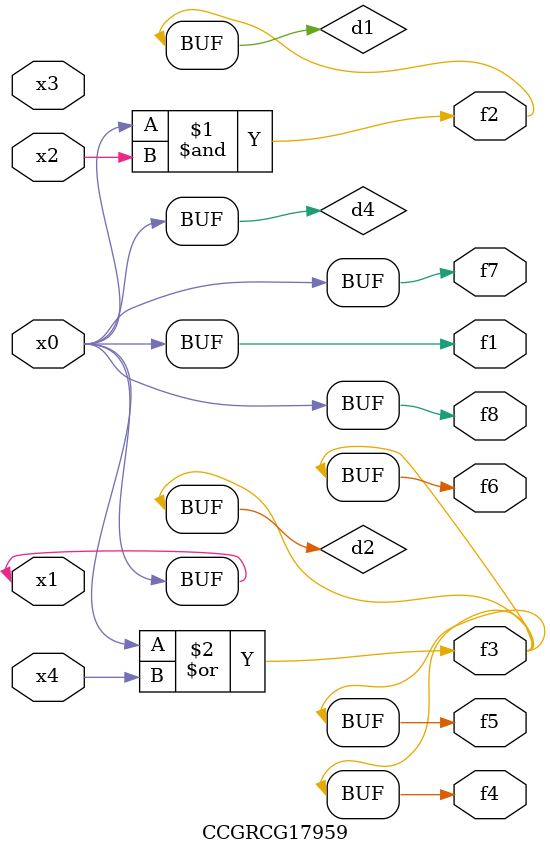
<source format=v>
module CCGRCG17959(
	input x0, x1, x2, x3, x4,
	output f1, f2, f3, f4, f5, f6, f7, f8
);

	wire d1, d2, d3, d4;

	and (d1, x0, x2);
	or (d2, x0, x4);
	nand (d3, x0, x2);
	buf (d4, x0, x1);
	assign f1 = d4;
	assign f2 = d1;
	assign f3 = d2;
	assign f4 = d2;
	assign f5 = d2;
	assign f6 = d2;
	assign f7 = d4;
	assign f8 = d4;
endmodule

</source>
